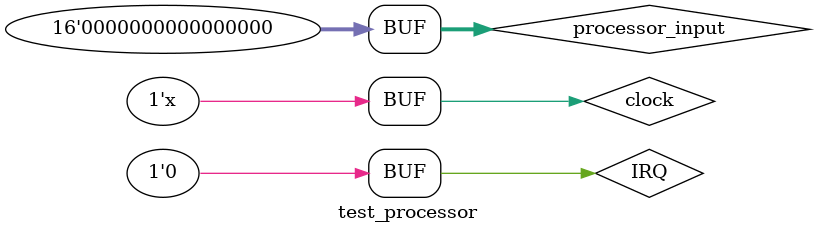
<source format=v>
`timescale 1ns / 1ps


module test_processor;

	// Inputs
	reg clock;
	reg IRQ;
	reg [15:0] processor_input;

	// Outputs
	wire [15:0] processor_output;

	// Instantiate the Unit Under Test (UUT)
	processor_16 uut (
		.clock(clock), 
		.IRQ(IRQ), 
		.processor_output(processor_output),
		.processor_input(processor_input)
	);

	initial begin
		// Initialize Inputs
		clock = 0;
		IRQ = 0;
		processor_input = 0;
        
		// Add stimulus here
		#20;
		
		processor_input = 0;
		
	end
      
	always #10 clock = !clock;
endmodule


</source>
